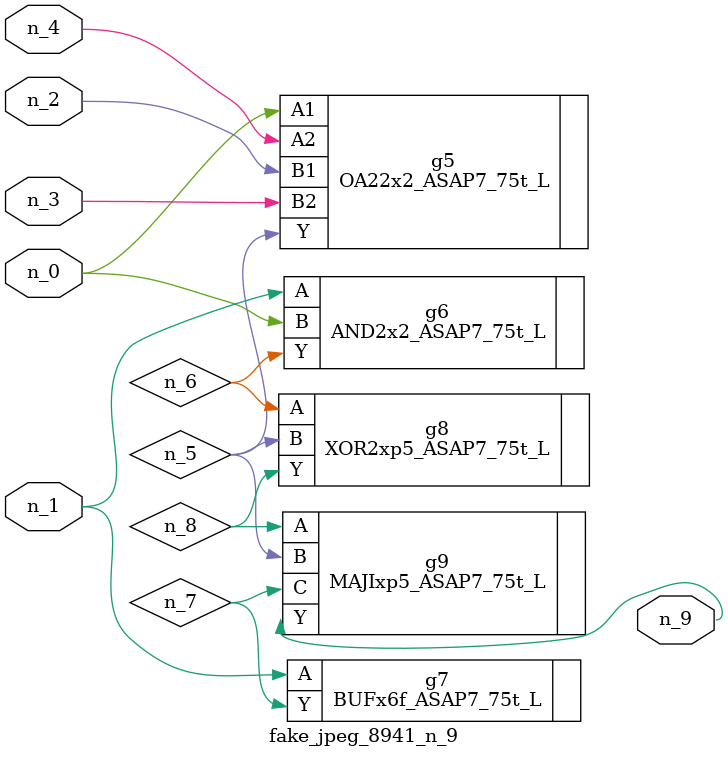
<source format=v>
module fake_jpeg_8941_n_9 (n_3, n_2, n_1, n_0, n_4, n_9);

input n_3;
input n_2;
input n_1;
input n_0;
input n_4;

output n_9;

wire n_8;
wire n_6;
wire n_5;
wire n_7;

OA22x2_ASAP7_75t_L g5 ( 
.A1(n_0),
.A2(n_4),
.B1(n_2),
.B2(n_3),
.Y(n_5)
);

AND2x2_ASAP7_75t_L g6 ( 
.A(n_1),
.B(n_0),
.Y(n_6)
);

BUFx6f_ASAP7_75t_L g7 ( 
.A(n_1),
.Y(n_7)
);

XOR2xp5_ASAP7_75t_L g8 ( 
.A(n_6),
.B(n_5),
.Y(n_8)
);

MAJIxp5_ASAP7_75t_L g9 ( 
.A(n_8),
.B(n_5),
.C(n_7),
.Y(n_9)
);


endmodule
</source>
